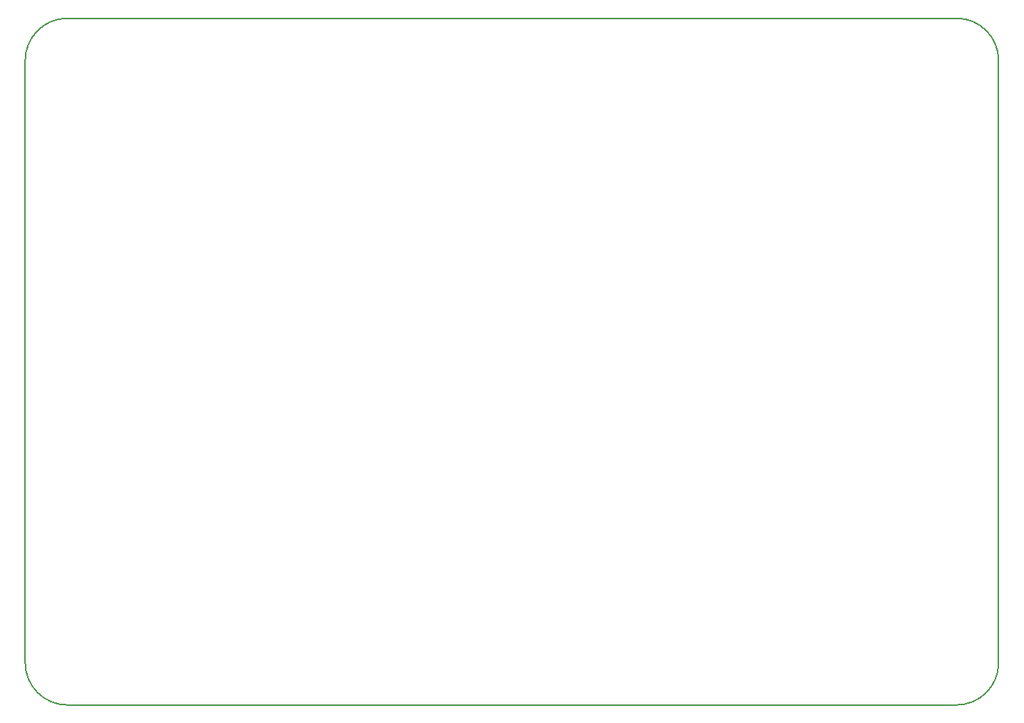
<source format=gm1>
G04*
G04 #@! TF.GenerationSoftware,Altium Limited,Altium Designer,24.7.2 (38)*
G04*
G04 Layer_Color=16711935*
%FSLAX44Y44*%
%MOMM*%
G71*
G04*
G04 #@! TF.SameCoordinates,1A42ED2C-D2DC-4C4E-9266-FAA71F5D9F86*
G04*
G04*
G04 #@! TF.FilePolarity,Positive*
G04*
G01*
G75*
%ADD14C,0.2000*%
D14*
X1218200Y830400D02*
G03*
X1168200Y880400I-50000J0D01*
G01*
Y65000D02*
G03*
X1218200Y115000I0J50000D01*
G01*
X62500D02*
G03*
X112500Y65000I50000J0D01*
G01*
Y880400D02*
G03*
X62500Y830400I0J-50000D01*
G01*
X112500Y65000D02*
X1168200D01*
X1218200Y115000D02*
Y830400D01*
X62500Y115000D02*
Y830400D01*
X112500Y880400D02*
X1168200D01*
M02*

</source>
